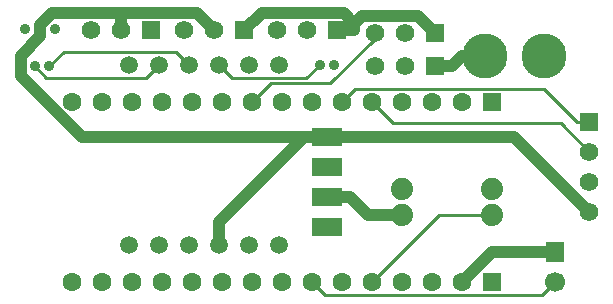
<source format=gtl>
G04 Layer: TopLayer*
G04 EasyEDA v6.5.22, 2023-03-28 23:00:35*
G04 5c3957acffbf4fda84b53d144d602fd1,1f4b798e1f424c36b07c5063a1ef9d4e,10*
G04 Gerber Generator version 0.2*
G04 Scale: 100 percent, Rotated: No, Reflected: No *
G04 Dimensions in millimeters *
G04 leading zeros omitted , absolute positions ,4 integer and 5 decimal *
%FSLAX45Y45*%
%MOMM*%

%AMMACRO1*21,1,$1,$2,0,0,$3*%
%ADD10C,0.2540*%
%ADD11C,1.0000*%
%ADD12MACRO1,2.524X1.524X0.0000*%
%ADD13C,1.5748*%
%ADD14MACRO1,1.5748X1.5748X0.0000*%
%ADD15C,1.8796*%
%ADD16C,1.5000*%
%ADD17R,1.6000X1.6000*%
%ADD18C,1.6000*%
%ADD19R,1.5748X1.5748*%
%ADD20C,0.9000*%
%ADD21R,1.5748X1.7000*%
%ADD22C,1.7000*%
%ADD23C,3.8000*%

%LPD*%
D10*
X4833645Y1498600D02*
G01*
X4557268Y1774977D01*
X2956077Y1774977D01*
X2844800Y1663700D01*
X4940300Y1498600D02*
G01*
X4833645Y1498600D01*
X4648200Y139700D02*
G01*
X4539132Y30632D01*
X2699867Y30632D01*
X2590800Y139700D01*
X2655290Y1981200D02*
G01*
X2543962Y1869871D01*
X1914728Y1869871D01*
X1803400Y1981200D01*
X2082800Y1663700D02*
G01*
X2244674Y1825574D01*
X2746984Y1825574D01*
X3124200Y2202789D01*
X3124200Y2247900D01*
X4940300Y1244600D02*
G01*
X4696637Y1488262D01*
X3274237Y1488262D01*
X3098800Y1663700D01*
X242290Y1968500D02*
G01*
X339648Y1871141D01*
X1185341Y1871141D01*
X1295400Y1981200D01*
X367309Y1968500D02*
G01*
X488137Y2089327D01*
X1441272Y2089327D01*
X1549400Y1981200D01*
X3098800Y139700D02*
G01*
X3670300Y711200D01*
X4114800Y711200D01*
D11*
X3352800Y711200D02*
G01*
X3061639Y711200D01*
X2909239Y863600D01*
X2717800Y863600D02*
G01*
X2909239Y863600D01*
X4940300Y736600D02*
G01*
X4305300Y1371600D01*
X2717800Y1371600D01*
X977900Y2419350D02*
G01*
X977900Y2273300D01*
X977900Y2419350D02*
G01*
X1619250Y2419350D01*
X1765300Y2273300D01*
X1803400Y457200D02*
G01*
X1803400Y648614D01*
X2526385Y1371600D01*
X2717800Y1371600D02*
G01*
X2526385Y1371600D01*
X977900Y2419350D02*
G01*
X390550Y2419350D01*
X290093Y2318893D01*
X290093Y2286000D01*
X290093Y2286000D02*
G01*
X290093Y2226487D01*
X123469Y2059863D01*
X123469Y1888032D01*
X639902Y1371600D01*
X2526385Y1371600D01*
X4055313Y2057400D02*
G01*
X3865067Y2057400D01*
X3776167Y1968500D01*
X3632200Y1968500D02*
G01*
X3776167Y1968500D01*
X4648200Y393700D02*
G01*
X4114800Y393700D01*
X3860800Y139700D01*
X2806700Y2273300D02*
G01*
X2950667Y2273300D01*
X2950667Y2327910D02*
G01*
X2859227Y2419350D01*
X2165350Y2419350D01*
X2019300Y2273300D01*
X2950667Y2273300D02*
G01*
X2950667Y2327910D01*
X2950667Y2327910D02*
G01*
X3016199Y2393442D01*
X3486658Y2393442D01*
X3632200Y2247900D01*
D12*
G01*
X2717800Y609600D03*
G01*
X2717800Y863600D03*
G01*
X2717800Y1117600D03*
G01*
X2717800Y1371600D03*
D13*
G01*
X1511300Y2273300D03*
G01*
X1765300Y2273300D03*
D14*
G01*
X2019300Y2273300D03*
D13*
G01*
X2298700Y2273300D03*
G01*
X2552700Y2273300D03*
D14*
G01*
X2806700Y2273300D03*
D13*
G01*
X3124200Y2247900D03*
G01*
X3378200Y2247900D03*
D14*
G01*
X3632200Y2247900D03*
D15*
G01*
X4114800Y711200D03*
G01*
X3352800Y711200D03*
D13*
G01*
X3124200Y1968500D03*
G01*
X3378200Y1968500D03*
D14*
G01*
X3632200Y1968500D03*
D16*
G01*
X2311400Y1981200D03*
G01*
X2057400Y1981200D03*
G01*
X1803400Y1981200D03*
G01*
X1549400Y1981200D03*
G01*
X1295400Y1981200D03*
G01*
X1041400Y1981200D03*
G01*
X2311400Y457200D03*
G01*
X2057400Y457200D03*
G01*
X1803400Y457200D03*
G01*
X1549400Y457200D03*
G01*
X1295400Y457200D03*
G01*
X1041400Y457200D03*
D15*
G01*
X3352800Y927100D03*
G01*
X4114800Y927100D03*
D13*
G01*
X723900Y2273300D03*
G01*
X977900Y2273300D03*
D14*
G01*
X1231900Y2273300D03*
D17*
G01*
X4114800Y1663700D03*
D18*
G01*
X3860800Y139700D03*
G01*
X3352800Y139700D03*
G01*
X2844800Y139700D03*
G01*
X2336800Y139700D03*
G01*
X1828800Y139700D03*
G01*
X1320800Y139700D03*
G01*
X812800Y139700D03*
G01*
X558800Y1663700D03*
G01*
X1066800Y1663700D03*
G01*
X1574800Y1663700D03*
G01*
X2082800Y1663700D03*
G01*
X2590800Y1663700D03*
G01*
X3098800Y1663700D03*
G01*
X3606800Y1663700D03*
G01*
X3860800Y1663700D03*
G01*
X3352800Y1663700D03*
G01*
X2844800Y1663700D03*
G01*
X2336800Y1663700D03*
G01*
X1828800Y1663700D03*
G01*
X1320800Y1663700D03*
G01*
X812800Y1663700D03*
G01*
X558800Y139700D03*
G01*
X1066800Y139700D03*
G01*
X1574800Y139700D03*
G01*
X2082800Y139700D03*
G01*
X2590800Y139700D03*
G01*
X3098800Y139700D03*
G01*
X3606800Y139700D03*
D17*
G01*
X4114800Y139700D03*
D19*
G01*
X4940300Y1498600D03*
D13*
G01*
X4940300Y1244600D03*
G01*
X4940300Y990600D03*
G01*
X4940300Y736600D03*
D20*
G01*
X165100Y2286000D03*
G01*
X290093Y2286000D03*
G01*
X415112Y2286000D03*
G01*
X242290Y1968500D03*
G01*
X367309Y1968500D03*
G01*
X2655290Y1981200D03*
G01*
X2780309Y1981200D03*
D21*
G01*
X4648200Y393700D03*
D22*
G01*
X4648200Y139700D03*
D23*
G01*
X4555312Y2057400D03*
G01*
X4055313Y2057400D03*
M02*

</source>
